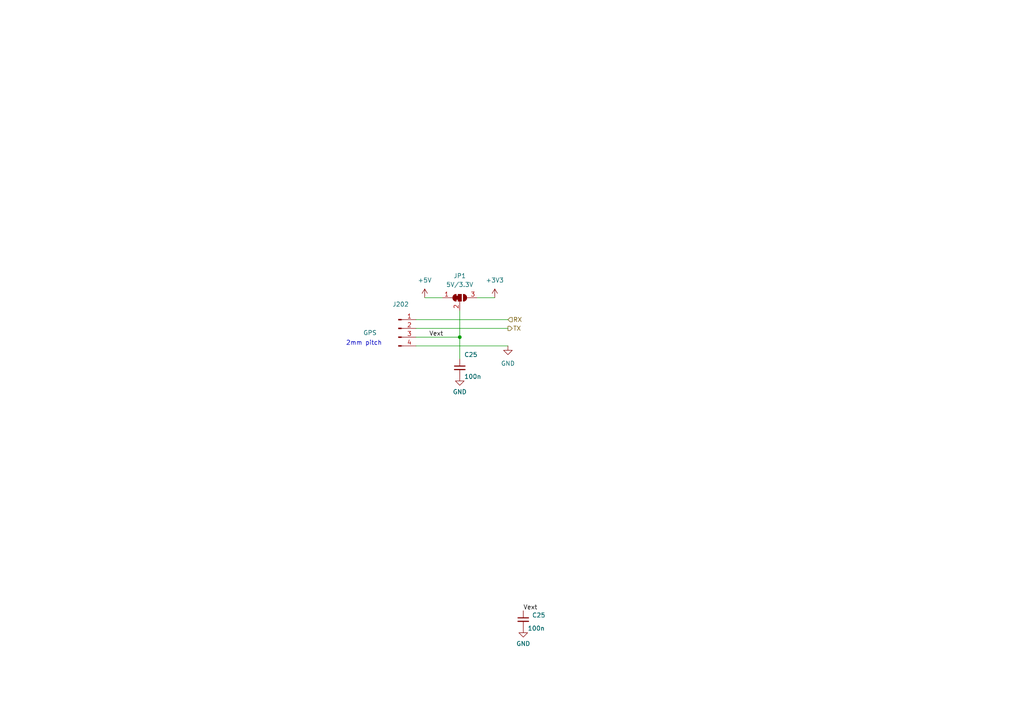
<source format=kicad_sch>
(kicad_sch (version 20230121) (generator eeschema)
  (paper "A4")
  (lib_symbols
    (symbol "Connector:Conn_01x04_Pin" (pin_names (offset 1.016) hide)
      (property "Reference" "J" (at 0 5.08 0))
      (property "Value" "Conn_01x04_Pin" (at 0 -7.62 0))
      (symbol "Conn_01x04_Pin_1_1"
        (polyline (pts (xy 1.27 -5.08) (xy 0.8636 -5.08)) (stroke (width 0.1524)))
        (polyline (pts (xy 1.27 -2.54) (xy 0.8636 -2.54)) (stroke (width 0.1524)))
        (polyline (pts (xy 1.27 0) (xy 0.8636 0)) (stroke (width 0.1524)))
        (polyline (pts (xy 1.27 2.54) (xy 0.8636 2.54)) (stroke (width 0.1524)))
        (rectangle (start 0.8636 -4.953) (end 0 -5.207) (stroke (width 0.1524)) (fill (type outline)))
        (rectangle (start 0.8636 -2.413) (end 0 -2.667) (stroke (width 0.1524)) (fill (type outline)))
        (rectangle (start 0.8636 0.127) (end 0 -0.127) (stroke (width 0.1524)) (fill (type outline)))
        (rectangle (start 0.8636 2.667) (end 0 2.413) (stroke (width 0.1524)) (fill (type outline)))
        (pin passive line (at 5.08 2.54 180) (length 3.81) (name "Pin_1") (number "1"))
        (pin passive line (at 5.08 0 180) (length 3.81) (name "Pin_2") (number "2"))
        (pin passive line (at 5.08 -2.54 180) (length 3.81) (name "Pin_3") (number "3"))
        (pin passive line (at 5.08 -5.08 180) (length 3.81) (name "Pin_4") (number "4"))
      )
    )
    (symbol "Device:C_Small" (pin_numbers hide) (pin_names (offset 0.254) hide)
      (property "Reference" "C" (at 0.254 1.778 0))
      (property "Value" "C_Small" (at 0.254 -2.032 0))
      (symbol "C_Small_0_1"
        (polyline (pts (xy -1.524 -0.508) (xy 1.524 -0.508)) (stroke (width 0.3302)))
        (polyline (pts (xy -1.524 0.508) (xy 1.524 0.508)) (stroke (width 0.3048)))
      )
      (symbol "C_Small_1_1"
        (pin passive line (at 0 2.54 270) (length 2.032) (name "~") (number "1"))
        (pin passive line (at 0 -2.54 90) (length 2.032) (name "~") (number "2"))
      )
    )
    (symbol "Jumper:SolderJumper_3_Bridged12" (pin_names (offset 0) hide)
      (property "Reference" "JP" (at -2.54 -2.54 0))
      (property "Value" "SolderJumper_3_Bridged12" (at 0 2.794 0))
      (symbol "SolderJumper_3_Bridged12_0_1"
        (rectangle (start -1.016 0.508) (end -0.508 -0.508) (fill (type outline)))
        (arc (start -1.016 1.016) (mid -2.0276 0) (end -1.016 -1.016))
        (arc (start -1.016 1.016) (mid -2.0276 0) (end -1.016 -1.016) (fill (type outline)))
        (rectangle (start -0.508 1.016) (end 0.508 -1.016) (fill (type outline)))
        (polyline (pts (xy -2.54 0) (xy -2.032 0)))
        (polyline (pts (xy -1.016 1.016) (xy -1.016 -1.016)))
        (polyline (pts (xy 0 -1.27) (xy 0 -1.016)))
        (polyline (pts (xy 1.016 1.016) (xy 1.016 -1.016)))
        (polyline (pts (xy 2.54 0) (xy 2.032 0)))
        (arc (start 1.016 -1.016) (mid 2.0276 0) (end 1.016 1.016))
        (arc (start 1.016 -1.016) (mid 2.0276 0) (end 1.016 1.016) (fill (type outline)))
      )
      (symbol "SolderJumper_3_Bridged12_1_1"
        (pin passive line (at -5.08 0 0) (length 2.54) (name "A") (number "1"))
        (pin passive line (at 0 -3.81 90) (length 2.54) (name "C") (number "2"))
        (pin passive line (at 5.08 0 180) (length 2.54) (name "B") (number "3"))
      )
    )
    (symbol "power:+3V3" (power) (pin_names (offset 0))
      (property "Value" "+3V3" (at 0 3.556 0))
      (symbol "+3V3_0_1"
        (polyline (pts (xy -0.762 1.27) (xy 0 2.54)))
        (polyline (pts (xy 0 0) (xy 0 2.54)))
        (polyline (pts (xy 0 2.54) (xy 0.762 1.27)))
      )
      (symbol "+3V3_1_1"
        (pin power_in line (at 0 0 90) (length 0) hide (name "+3V3") (number "1"))
      )
    )
    (symbol "power:+5V" (power) (pin_names (offset 0))
      (property "Value" "+5V" (at 0 3.556 0))
      (symbol "+5V_0_1"
        (polyline (pts (xy -0.762 1.27) (xy 0 2.54)))
        (polyline (pts (xy 0 0) (xy 0 2.54)))
        (polyline (pts (xy 0 2.54) (xy 0.762 1.27)))
      )
      (symbol "+5V_1_1"
        (pin power_in line (at 0 0 90) (length 0) hide (name "+5V") (number "1"))
      )
    )
    (symbol "power:GND" (power) (pin_names (offset 0))
      (property "Value" "GND" (at 0 -3.81 0))
      (symbol "GND_0_1"
        (polyline (pts (xy 0 0) (xy 0 -1.27) (xy 1.27 -1.27) (xy 0 -2.54) (xy -1.27 -1.27) (xy 0 -1.27)))
      )
      (symbol "GND_1_1"
        (pin power_in line (at 0 0 270) (length 0) hide (name "GND") (number "1"))
      )
    )
  )
  (junction (at 133.35 97.79))
  (wire (pts (xy 120.65 100.33) (xy 147.32 100.33)))
  (wire (pts (xy 120.65 95.25) (xy 147.32 95.25)))
  (wire (pts (xy 120.65 97.79) (xy 133.35 97.79)))
  (wire (pts (xy 123.19 86.36) (xy 128.27 86.36)))
  (wire (pts (xy 133.35 97.79) (xy 133.35 90.17)))
  (wire (pts (xy 120.65 92.71) (xy 147.32 92.71)))
  (wire (pts (xy 138.43 86.36) (xy 143.51 86.36)))
  (wire (pts (xy 133.35 97.79) (xy 133.35 104.14)))
  (text "2mm pitch" (at 100.33 100.33 0) (effects (font (size 1.27 1.27)) (justify left bottom)))
  (label "Vext" (at 124.46 97.79 0))
  (label "Vext" (at 151.765 177.165 0))
  (hierarchical_label "RX" (shape input) (at 147.32 92.71 0))
  (hierarchical_label "TX" (shape output) (at 147.32 95.25 0))
  (symbol (lib_id "power:GND") (at 151.765 182.245 0) (unit 1)
    (property "Reference" "#PWR0121" (effects hide))
    (property "Value" "GND" (at 151.765 186.69 0))
    (instances (project "Nice-Buoy-V1.0" (path "" (reference "#PWR0121") (unit 1)) (path "" (reference "#PWR038") (unit 1)) (path "" (reference "#PWR064") (unit 1))))
  )
  (symbol (lib_id "power:GND") (at 147.32 100.33 0) (unit 1)
    (property "Reference" "#PWR032" (effects hide))
    (property "Value" "GND" (at 147.32 105.41 0))
  )
  (symbol (lib_id "Device:C_Small") (at 133.35 106.68 0) (unit 1)
    (property "Reference" "C25" (at 134.62 102.87 0) (effects (justify left)))
    (property "Value" "100n" (at 134.62 109.22 0) (effects (justify left)))
    (property "Footprint" "A_Device:C_0603" (effects hide))
    (property "LCSC" "C14663" (effects hide))
    (instances (project "NIKOLA-02-E-001_PCAScannerController_R1" (path "" (reference "C25") (unit 1))) (project "Nice-Buoy-V1.0" (path "" (reference "C218") (unit 1)) (path "" (reference "C104") (unit 1)) (path "" (reference "C16") (unit 1))))
  )
  (symbol (lib_id "Device:C_Small") (at 151.765 179.705 0) (unit 1)
    (property "Reference" "C25" (at 154.305 178.4412 0) (effects (justify left)))
    (property "Value" "100n" (at 153.035 182.245 0) (effects (justify left)))
    (property "Footprint" "A_Device:C_0603" (effects hide))
    (property "LCSC" "C14663" (effects hide))
    (instances (project "NIKOLA-02-E-001_PCAScannerController_R1" (path "" (reference "C25") (unit 1))) (project "Nice-Buoy-V1.0" (path "" (reference "C20") (unit 1)) (path "" (reference "C25") (unit 1))))
  )
  (symbol (lib_id "Jumper:SolderJumper_3_Bridged12") (at 133.35 86.36 0) (unit 1)
    (property "Reference" "JP1" (at 133.35 80.01 0))
    (property "Value" "5V/3.3V" (at 133.35 82.55 0))
    (property "Footprint" "Jumper:SolderJumper-3_P1.3mm_Bridged12_RoundedPad1.0x1.5mm" (effects hide))
  )
  (symbol (lib_id "Connector:Conn_01x04_Pin") (at 115.57 95.25 0) (unit 1)
    (property "Reference" "J202" (at 116.205 88.265 0))
    (property "Value" "GPS" (at 107.315 96.52 0))
    (property "Footprint" "Connector_JST:JST_XH_B4B-XH-A_1x04_P2.50mm_Vertical" (effects hide))
    (property "LCSC" "C5341206" (effects hide))
    (instances (project "Nice-Buoy-V1.0" (path "" (reference "J202") (unit 1)) (path "" (reference "J8") (unit 1))))
  )
  (symbol (lib_id "power:GND") (at 133.35 109.22 0) (unit 1)
    (property "Reference" "#PWR0121" (effects hide))
    (property "Value" "GND" (at 133.35 113.665 0))
    (instances (project "Nice-Buoy-V1.0" (path "" (reference "#PWR0121") (unit 1)) (path "" (reference "#PWR0226") (unit 1)) (path "" (reference "#PWR0107") (unit 1)) (path "" (reference "#PWR030") (unit 1))))
  )
  (symbol (lib_id "power:+5V") (at 123.19 86.36 0) (unit 1)
    (property "Reference" "#PWR029" (effects hide))
    (property "Value" "+5V" (at 123.19 81.28 0))
  )
  (symbol (lib_id "power:+3V3") (at 143.51 86.36 0) (unit 1)
    (property "Reference" "#PWR031" (effects hide))
    (property "Value" "+3V3" (at 143.51 81.28 0))
  )
)
</source>
